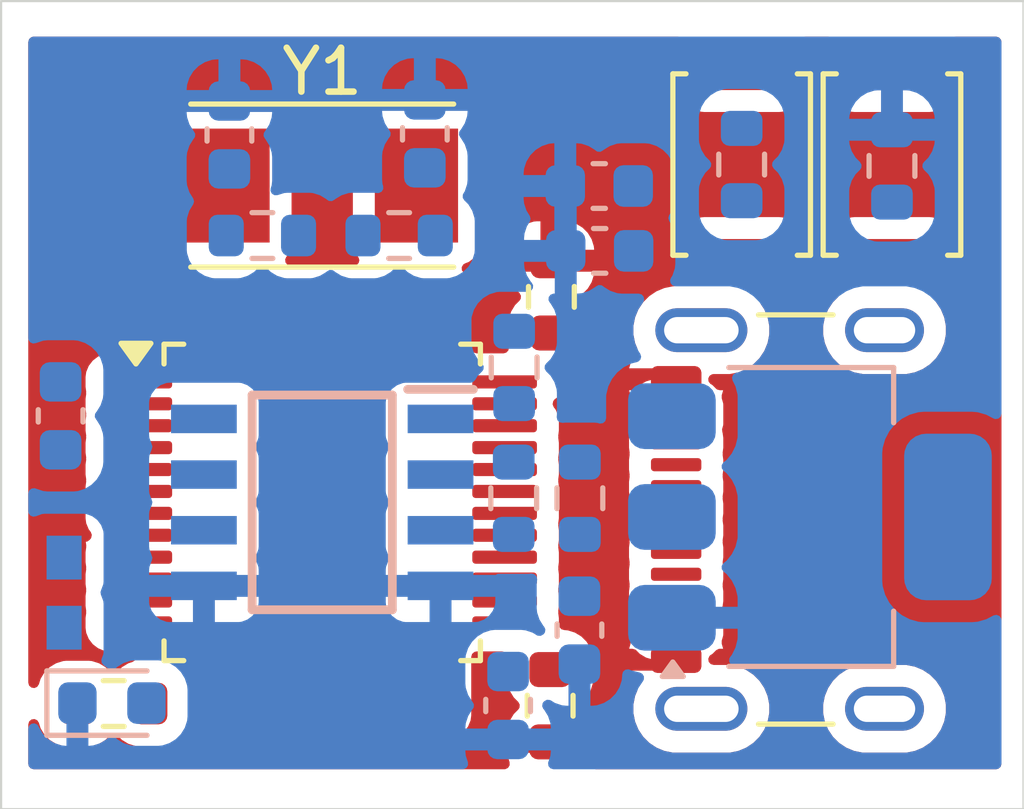
<source format=kicad_pcb>
(kicad_pcb (version 20241229) (generator "pcbnew") (generator_version "9.0")
  (layers (0 "F.Cu" signal) (2 "B.Cu" signal) (13 "F.Paste" user) (15 "B.Paste" user) (5 "F.SilkS" user "F.Silkscreen") (7 "B.SilkS" user "B.Silkscreen") (1 "F.Mask" user) (3 "B.Mask" user) (25 "Edge.Cuts" user))
  (net 0 "")
  (net 1 "3.3v")
  (net 2 "GND")
  (net 3 "5v")
  (net 4 "RCC_OSC_IN")
  (net 5 "RCC_OSC_OUT")
  (net 6 "Net-(D1-A)")
  (net 7 "SDA")
  (net 8 "PA1")
  (net 9 "SCL")
  (net 10 "PA0")
  (net 11 "Net-(J1-D--PadA7)")
  (net 12 "Net-(J1-D+-PadA6)")
  (net 14 "Net-(J1-CC2)")
  (net 15 "Net-(J1-CC1)")
  (net 17 "Net-(R1-Pad1)")
  (net 18 "Net-(R2-Pad2)")
  (net 19 "USB_DP")
  (net 20 "Net-(U1-PC13)")
  (net 21 "USB_DM")
  (net 22 "Net-(U1-NRST)")
  (net 23 "Net-(U1-BOOT0)")
  (net 24 "SCL2")
  (net 48 "SDA2")
  (footprint "Button_Switch_SMD:SW_Push_SPST_NO_Alps_SKRK" (layer "F.Cu") (at 148.49738 97.22 90)
    (property "Reference" "SW2" (hide yes))
    (property "Value" "SW_Push" (hide yes))
    (fp_line (start 2.07 -1.57) (end 2.07 -1.27) (stroke (width 0.12)) (layer "F.SilkS"))
    (fp_line (start -2.07 -1.57) (end 2.07 -1.57) (stroke (width 0.12)) (layer "F.SilkS"))
    (fp_line (start -2.07 -1.27) (end -2.07 -1.57) (stroke (width 0.12)) (layer "F.SilkS"))
    (fp_line (start 2.07 1.27) (end 2.07 1.57) (stroke (width 0.12)) (layer "F.SilkS"))
    (fp_line (start 2.07 1.57) (end -2.07 1.57) (stroke (width 0.12)) (layer "F.SilkS"))
    (fp_line (start -2.07 1.57) (end -2.07 1.27) (stroke (width 0.12)) (layer "F.SilkS"))
    (pad "1" smd roundrect (at -2.1 0 90) (size 0.8 2) (layers "F.Cu" "F.Mask" "F.Paste") (net 18 "Net-(R2-Pad2)"))
    (pad "2" smd roundrect (at 2.1 0 90) (size 0.8 2) (layers "F.Cu" "F.Mask" "F.Paste") (net 23 "Net-(U1-BOOT0)"))
  )
  (footprint "Button_Switch_SMD:SW_Push_SPST_NO_Alps_SKRK" (layer "F.Cu") (at 145.06738 97.22 90)
    (property "Reference" "SW1" (hide yes))
    (property "Value" "SW_Push" (hide yes))
    (fp_line (start 2.07 -1.57) (end 2.07 -1.27) (stroke (width 0.12)) (layer "F.SilkS"))
    (fp_line (start -2.07 -1.57) (end 2.07 -1.57) (stroke (width 0.12)) (layer "F.SilkS"))
    (fp_line (start -2.07 -1.27) (end -2.07 -1.57) (stroke (width 0.12)) (layer "F.SilkS"))
    (fp_line (start 2.07 1.27) (end 2.07 1.57) (stroke (width 0.12)) (layer "F.SilkS"))
    (fp_line (start 2.07 1.57) (end -2.07 1.57) (stroke (width 0.12)) (layer "F.SilkS"))
    (fp_line (start -2.07 1.57) (end -2.07 1.27) (stroke (width 0.12)) (layer "F.SilkS"))
    (pad "1" smd roundrect (at -2.1 0 90) (size 0.8 2) (layers "F.Cu" "F.Mask" "F.Paste") (net 17 "Net-(R1-Pad1)"))
    (pad "2" smd roundrect (at 2.1 0 90) (size 0.8 2) (layers "F.Cu" "F.Mask" "F.Paste") (net 22 "Net-(U1-NRST)"))
  )
  (footprint "Resistor_SMD:R_0603_1608Metric" (layer "F.Cu") (at 140.725476 100.24 90)
    (property "Reference" "R7" (hide yes))
    (property "Value" "R" (hide yes))
    (fp_line (start -0.237258 -0.5225) (end 0.237258 -0.5225) (stroke (width 0.12)) (layer "F.SilkS"))
    (fp_line (start -0.237258 0.5225) (end 0.237258 0.5225) (stroke (width 0.12)) (layer "F.SilkS"))
    (pad "1" smd roundrect (at -0.825 0 90) (size 0.8 0.95) (layers "F.Cu" "F.Mask" "F.Paste") (net 14 "Net-(J1-CC2)"))
    (pad "2" smd roundrect (at 0.825 0 90) (size 0.8 0.95) (layers "F.Cu" "F.Mask" "F.Paste") (net 2 "GND"))
  )
  (footprint "Resistor_SMD:R_0603_1608Metric" (layer "F.Cu") (at 140.69738 109.57 -90)
    (property "Reference" "R6" (hide yes))
    (property "Value" "R" (hide yes))
    (fp_line (start -0.237258 0.5225) (end 0.237258 0.5225) (stroke (width 0.12)) (layer "F.SilkS"))
    (fp_line (start -0.237258 -0.5225) (end 0.237258 -0.5225) (stroke (width 0.12)) (layer "F.SilkS"))
    (pad "1" smd roundrect (at -0.825 0 270) (size 0.8 0.95) (layers "F.Cu" "F.Mask" "F.Paste") (net 15 "Net-(J1-CC1)"))
    (pad "2" smd roundrect (at 0.825 0 270) (size 0.8 0.95) (layers "F.Cu" "F.Mask" "F.Paste") (net 2 "GND"))
  )
  (footprint "Connector_USB:USB_C_Receptacle_GCT_USB4105-xx-A_16P_TopMnt_Horizontal" (layer "F.Cu") (at 147.25238 105.32 90)
    (property "Reference" "J1" (hide yes))
    (property "Value" "USB_C_Receptacle_USB2.0_16P" (hide yes))
    (fp_line (start 4.67 -0.1) (end 4.67 -1.8) (stroke (width 0.12)) (layer "F.SilkS"))
    (fp_line (start -4.67 -0.1) (end -4.67 -1.8) (stroke (width 0.12)) (layer "F.SilkS"))
    (pad "A1" smd roundrect (at -3.2 -3.68 90) (size 0.6 1.15) (layers "F.Cu" "F.Mask" "F.Paste") (net 2 "GND"))
    (pad "A4" smd roundrect (at -2.4 -3.68 90) (size 0.6 1.15) (layers "F.Cu" "F.Mask" "F.Paste") (net 3 "5v"))
    (pad "A5" smd roundrect (at -1.25 -3.68 90) (size 0.3 1.15) (layers "F.Cu" "F.Mask" "F.Paste") (net 15 "Net-(J1-CC1)"))
    (pad "A6" smd roundrect (at -0.25 -3.68 90) (size 0.3 1.15) (layers "F.Cu" "F.Mask" "F.Paste") (net 12 "Net-(J1-D+-PadA6)"))
    (pad "A7" smd roundrect (at 0.25 -3.68 90) (size 0.3 1.15) (layers "F.Cu" "F.Mask" "F.Paste") (net 11 "Net-(J1-D--PadA7)"))
    (pad "A8" smd roundrect (at 1.25 -3.68 90) (size 0.3 1.15) (layers "F.Cu" "F.Mask" "F.Paste"))
    (pad "A9" smd roundrect (at 2.4 -3.68 90) (size 0.6 1.15) (layers "F.Cu" "F.Mask" "F.Paste") (net 3 "5v"))
    (pad "A12" smd roundrect (at 3.2 -3.68 90) (size 0.6 1.15) (layers "F.Cu" "F.Mask" "F.Paste") (net 2 "GND"))
    (pad "B1" smd roundrect (at 3.2 -3.68 90) (size 0.6 1.15) (layers "F.Cu" "F.Mask" "F.Paste") (net 2 "GND"))
    (pad "B4" smd roundrect (at 2.4 -3.68 90) (size 0.6 1.15) (layers "F.Cu" "F.Mask" "F.Paste") (net 3 "5v"))
    (pad "B5" smd roundrect (at 1.75 -3.68 90) (size 0.3 1.15) (layers "F.Cu" "F.Mask" "F.Paste") (net 14 "Net-(J1-CC2)"))
    (pad "B6" smd roundrect (at 0.75 -3.68 90) (size 0.3 1.15) (layers "F.Cu" "F.Mask" "F.Paste") (net 12 "Net-(J1-D+-PadA6)"))
    (pad "B7" smd roundrect (at -0.75 -3.68 90) (size 0.3 1.15) (layers "F.Cu" "F.Mask" "F.Paste") (net 11 "Net-(J1-D--PadA7)"))
    (pad "B8" smd roundrect (at -1.75 -3.68 90) (size 0.3 1.15) (layers "F.Cu" "F.Mask" "F.Paste"))
    (pad "B9" smd roundrect (at -2.4 -3.68 90) (size 0.6 1.15) (layers "F.Cu" "F.Mask" "F.Paste") (net 3 "5v"))
    (pad "B12" smd roundrect (at -3.2 -3.68 90) (size 0.6 1.15) (layers "F.Cu" "F.Mask" "F.Paste") (net 2 "GND"))
    (pad "S1" thru_hole oval (at -4.32 -3.105 90) (size 1 2.1) (drill oval 0.6 1.7) (property pad_prop_heatsink) (layers "*.Cu" "*.Mask" "F.Paste"))
    (pad "S1" thru_hole oval (at -4.32 1.075 90) (size 1 1.8) (drill oval 0.6 1.4) (property pad_prop_heatsink) (layers "*.Cu" "*.Mask" "F.Paste"))
    (pad "S1" thru_hole oval (at 4.32 -3.105 90) (size 1 2.1) (drill oval 0.6 1.7) (property pad_prop_heatsink) (layers "*.Cu" "*.Mask" "F.Paste"))
    (pad "S1" thru_hole oval (at 4.32 1.075 90) (size 1 1.8) (drill oval 0.6 1.4) (property pad_prop_heatsink) (layers "*.Cu" "*.Mask" "F.Paste"))
  )
  (footprint "Crystal:Crystal_SMD_Abracon_ABM7-2Pin_6.0x3.5mm" (layer "F.Cu") (at 135.495476 97.7)
    (property "Reference" "Y1" (at 0 -2.6 0) (layer "F.SilkS"))
    (property "Value" "Crystal")
    (fp_line (start -3 -1.86) (end 3 -1.86) (stroke (width 0.12)) (layer "F.SilkS"))
    (fp_line (start -3 1.86) (end 3 1.86) (stroke (width 0.12)) (layer "F.SilkS"))
    (pad "1" smd rect (at -2.15 0) (size 1.9 2.6) (layers "F.Cu" "F.Mask" "F.Paste") (net 4 "RCC_OSC_IN"))
    (pad "2" smd rect (at 2.15 0) (size 1.9 2.6) (layers "F.Cu" "F.Mask" "F.Paste") (net 5 "RCC_OSC_OUT"))
  )
  (footprint "Resistor_SMD:R_0603_1608Metric" (layer "F.Cu") (at 130.73738 109.52 180)
    (property "Reference" "R8" (hide yes))
    (property "Value" "R" (hide yes))
    (fp_line (start -0.237258 0.5225) (end 0.237258 0.5225) (stroke (width 0.12)) (layer "F.SilkS"))
    (fp_line (start -0.237258 -0.5225) (end 0.237258 -0.5225) (stroke (width 0.12)) (layer "F.SilkS"))
    (pad "1" smd roundrect (at -0.825 0 180) (size 0.8 0.95) (layers "F.Cu" "F.Mask" "F.Paste") (net 6 "Net-(D1-A)"))
    (pad "2" smd roundrect (at 0.825 0 180) (size 0.8 0.95) (layers "F.Cu" "F.Mask" "F.Paste") (net 20 "Net-(U1-PC13)"))
  )
  (footprint "Package_QFP:LQFP-48_7x7mm_P0.5mm" (layer "F.Cu") (at 135.495476 104.93)
    (property "Reference" "U1" (hide yes))
    (property "Value" "STM32F103C8Tx" (hide yes))
    (fp_line (start -3.61 -3.61) (end -3.16 -3.61) (stroke (width 0.12)) (layer "F.SilkS"))
    (fp_line (start -3.61 -3.16) (end -3.61 -3.61) (stroke (width 0.12)) (layer "F.SilkS"))
    (fp_line (start -3.61 3.61) (end -3.61 3.16) (stroke (width 0.12)) (layer "F.SilkS"))
    (fp_line (start -3.16 3.61) (end -3.61 3.61) (stroke (width 0.12)) (layer "F.SilkS"))
    (fp_line (start 3.16 -3.61) (end 3.61 -3.61) (stroke (width 0.12)) (layer "F.SilkS"))
    (fp_line (start 3.61 -3.61) (end 3.61 -3.16) (stroke (width 0.12)) (layer "F.SilkS"))
    (fp_line (start 3.61 3.16) (end 3.61 3.61) (stroke (width 0.12)) (layer "F.SilkS"))
    (fp_line (start 3.61 3.61) (end 3.16 3.61) (stroke (width 0.12)) (layer "F.SilkS"))
    (fp_poly (pts (xy -4.25 -3.16) (xy -4.59 -3.63) (xy -3.91 -3.63)) (stroke (width 0.12)) (fill yes) (layer "F.SilkS"))
    (pad "1" smd roundrect (at -4.1625 -2.75) (size 1.475 0.3) (layers "F.Cu" "F.Mask" "F.Paste") (net 1 "3.3v"))
    (pad "2" smd roundrect (at -4.1625 -2.25) (size 1.475 0.3) (layers "F.Cu" "F.Mask" "F.Paste") (net 20 "Net-(U1-PC13)"))
    (pad "3" smd roundrect (at -4.1625 -1.75) (size 1.475 0.3) (layers "F.Cu" "F.Mask" "F.Paste"))
    (pad "4" smd roundrect (at -4.1625 -1.25) (size 1.475 0.3) (layers "F.Cu" "F.Mask" "F.Paste"))
    (pad "5" smd roundrect (at -4.1625 -0.75) (size 1.475 0.3) (layers "F.Cu" "F.Mask" "F.Paste") (net 4 "RCC_OSC_IN"))
    (pad "6" smd roundrect (at -4.1625 -0.25) (size 1.475 0.3) (layers "F.Cu" "F.Mask" "F.Paste") (net 5 "RCC_OSC_OUT"))
    (pad "7" smd roundrect (at -4.1625 0.25) (size 1.475 0.3) (layers "F.Cu" "F.Mask" "F.Paste") (net 22 "Net-(U1-NRST)"))
    (pad "8" smd roundrect (at -4.1625 0.75) (size 1.475 0.3) (layers "F.Cu" "F.Mask" "F.Paste") (net 2 "GND"))
    (pad "9" smd roundrect (at -4.1625 1.25) (size 1.475 0.3) (layers "F.Cu" "F.Mask" "F.Paste") (net 1 "3.3v"))
    (pad "10" smd roundrect (at -4.1625 1.75) (size 1.475 0.3) (layers "F.Cu" "F.Mask" "F.Paste") (net 10 "PA0"))
    (pad "11" smd roundrect (at -4.1625 2.25) (size 1.475 0.3) (layers "F.Cu" "F.Mask" "F.Paste") (net 8 "PA1"))
    (pad "12" smd roundrect (at -4.1625 2.75) (size 1.475 0.3) (layers "F.Cu" "F.Mask" "F.Paste"))
    (pad "13" smd roundrect (at -2.75 4.1625) (size 0.3 1.475) (layers "F.Cu" "F.Mask" "F.Paste"))
    (pad "14" smd roundrect (at -2.25 4.1625) (size 0.3 1.475) (layers "F.Cu" "F.Mask" "F.Paste"))
    (pad "15" smd roundrect (at -1.75 4.1625) (size 0.3 1.475) (layers "F.Cu" "F.Mask" "F.Paste"))
    (pad "16" smd roundrect (at -1.25 4.1625) (size 0.3 1.475) (layers "F.Cu" "F.Mask" "F.Paste"))
    (pad "17" smd roundrect (at -0.75 4.1625) (size 0.3 1.475) (layers "F.Cu" "F.Mask" "F.Paste"))
    (pad "18" smd roundrect (at -0.25 4.1625) (size 0.3 1.475) (layers "F.Cu" "F.Mask" "F.Paste"))
    (pad "19" smd roundrect (at 0.25 4.1625) (size 0.3 1.475) (layers "F.Cu" "F.Mask" "F.Paste"))
    (pad "20" smd roundrect (at 0.75 4.1625) (size 0.3 1.475) (layers "F.Cu" "F.Mask" "F.Paste"))
    (pad "21" smd roundrect (at 1.25 4.1625) (size 0.3 1.475) (layers "F.Cu" "F.Mask" "F.Paste") (net 24 "SCL2"))
    (pad "22" smd roundrect (at 1.75 4.1625) (size 0.3 1.475) (layers "F.Cu" "F.Mask" "F.Paste") (net 48 "SDA2"))
    (pad "23" smd roundrect (at 2.25 4.1625) (size 0.3 1.475) (layers "F.Cu" "F.Mask" "F.Paste") (net 2 "GND"))
    (pad "24" smd roundrect (at 2.75 4.1625) (size 0.3 1.475) (layers "F.Cu" "F.Mask" "F.Paste") (net 1 "3.3v"))
    (pad "25" smd roundrect (at 4.1625 2.75) (size 1.475 0.3) (layers "F.Cu" "F.Mask" "F.Paste"))
    (pad "26" smd roundrect (at 4.1625 2.25) (size 1.475 0.3) (layers "F.Cu" "F.Mask" "F.Paste"))
    (pad "27" smd roundrect (at 4.1625 1.75) (size 1.475 0.3) (layers "F.Cu" "F.Mask" "F.Paste"))
    (pad "28" smd roundrect (at 4.1625 1.25) (size 1.475 0.3) (layers "F.Cu" "F.Mask" "F.Paste"))
    (pad "29" smd roundrect (at 4.1625 0.75) (size 1.475 0.3) (layers "F.Cu" "F.Mask" "F.Paste"))
    (pad "30" smd roundrect (at 4.1625 0.25) (size 1.475 0.3) (layers "F.Cu" "F.Mask" "F.Paste"))
    (pad "31" smd roundrect (at 4.1625 -0.25) (size 1.475 0.3) (layers "F.Cu" "F.Mask" "F.Paste"))
    (pad "32" smd roundrect (at 4.1625 -0.75) (size 1.475 0.3) (layers "F.Cu" "F.Mask" "F.Paste"))
    (pad "33" smd roundrect (at 4.1625 -1.25) (size 1.475 0.3) (layers "F.Cu" "F.Mask" "F.Paste") (net 19 "USB_DP"))
    (pad "34" smd roundrect (at 4.1625 -1.75) (size 1.475 0.3) (layers "F.Cu" "F.Mask" "F.Paste") (net 21 "USB_DM"))
    (pad "35" smd roundrect (at 4.1625 -2.25) (size 1.475 0.3) (layers "F.Cu" "F.Mask" "F.Paste") (net 2 "GND"))
    (pad "36" smd roundrect (at 4.1625 -2.75) (size 1.475 0.3) (layers "F.Cu" "F.Mask" "F.Paste") (net 1 "3.3v"))
    (pad "37" smd roundrect (at 2.75 -4.1625) (size 0.3 1.475) (layers "F.Cu" "F.Mask" "F.Paste"))
    (pad "38" smd roundrect (at 2.25 -4.1625) (size 0.3 1.475) (layers "F.Cu" "F.Mask" "F.Paste"))
    (pad "39" smd roundrect (at 1.75 -4.1625) (size 0.3 1.475) (layers "F.Cu" "F.Mask" "F.Paste"))
    (pad "40" smd roundrect (at 1.25 -4.1625) (size 0.3 1.475) (layers "F.Cu" "F.Mask" "F.Paste"))
    (pad "41" smd roundrect (at 0.75 -4.1625) (size 0.3 1.475) (layers "F.Cu" "F.Mask" "F.Paste"))
    (pad "42" smd roundrect (at 0.25 -4.1625) (size 0.3 1.475) (layers "F.Cu" "F.Mask" "F.Paste") (net 9 "SCL"))
    (pad "43" smd roundrect (at -0.25 -4.1625) (size 0.3 1.475) (layers "F.Cu" "F.Mask" "F.Paste") (net 7 "SDA"))
    (pad "44" smd roundrect (at -0.75 -4.1625) (size 0.3 1.475) (layers "F.Cu" "F.Mask" "F.Paste") (net 23 "Net-(U1-BOOT0)"))
    (pad "45" smd roundrect (at -1.25 -4.1625) (size 0.3 1.475) (layers "F.Cu" "F.Mask" "F.Paste"))
    (pad "46" smd roundrect (at -1.75 -4.1625) (size 0.3 1.475) (layers "F.Cu" "F.Mask" "F.Paste"))
    (pad "47" smd roundrect (at -2.25 -4.1625) (size 0.3 1.475) (layers "F.Cu" "F.Mask" "F.Paste") (net 2 "GND"))
    (pad "48" smd roundrect (at -2.75 -4.1625) (size 0.3 1.475) (layers "F.Cu" "F.Mask" "F.Paste") (net 1 "3.3v"))
  )
  (footprint "Resistor_SMD:R_0603_1608Metric" (layer "B.Cu") (at 139.865476 104.835 90)
    (property "Reference" "R5" (hide yes))
    (property "Value" "R" (hide yes))
    (fp_line (start -0.237258 -0.5225) (end 0.237258 -0.5225) (stroke (width 0.12)) (layer "B.SilkS"))
    (fp_line (start -0.237258 0.5225) (end 0.237258 0.5225) (stroke (width 0.12)) (layer "B.SilkS"))
    (pad "1" smd roundrect (at -0.825 0 90) (size 0.8 0.95) (layers "B.Cu" "B.Mask" "B.Paste") (net 1 "3.3v"))
    (pad "2" smd roundrect (at 0.825 0 90) (size 0.8 0.95) (layers "B.Cu" "B.Mask" "B.Paste") (net 19 "USB_DP"))
  )
  (footprint "Resistor_SMD:R_0603_1608Metric" (layer "B.Cu") (at 148.49738 97.251666 -90)
    (property "Reference" "R2" (hide yes))
    (property "Value" "R" (hide yes))
    (fp_line (start -0.237258 0.5225) (end 0.237258 0.5225) (stroke (width 0.12)) (layer "B.SilkS"))
    (fp_line (start -0.237258 -0.5225) (end 0.237258 -0.5225) (stroke (width 0.12)) (layer "B.SilkS"))
    (pad "1" smd roundrect (at -0.825 0 270) (size 0.8 0.95) (layers "B.Cu" "B.Mask" "B.Paste") (net 2 "GND"))
    (pad "2" smd roundrect (at 0.825 0 270) (size 0.8 0.95) (layers "B.Cu" "B.Mask" "B.Paste") (net 18 "Net-(R2-Pad2)"))
  )
  (footprint "Resistor_SMD:R_0603_1608Metric" (layer "B.Cu") (at 137.250476 98.84 180)
    (property "Reference" "R4" (hide yes))
    (property "Value" "R" (hide yes))
    (fp_line (start -0.237258 0.5225) (end 0.237258 0.5225) (stroke (width 0.12)) (layer "B.SilkS"))
    (fp_line (start -0.237258 -0.5225) (end 0.237258 -0.5225) (stroke (width 0.12)) (layer "B.SilkS"))
    (pad "1" smd roundrect (at -0.825 0 180) (size 0.8 0.95) (layers "B.Cu" "B.Mask" "B.Paste") (net 1 "3.3v"))
    (pad "2" smd roundrect (at 0.825 0 180) (size 0.8 0.95) (layers "B.Cu" "B.Mask" "B.Paste") (net 7 "SDA"))
  )
  (footprint "Resistor_SMD:R_0603_1608Metric" (layer "B.Cu") (at 139.875476 101.85 -90)
    (property "Reference" "R10" (hide yes))
    (property "Value" "R" (hide yes))
    (fp_line (start -0.237258 0.5225) (end 0.237258 0.5225) (stroke (width 0.12)) (layer "B.SilkS"))
    (fp_line (start -0.237258 -0.5225) (end 0.237258 -0.5225) (stroke (width 0.12)) (layer "B.SilkS"))
    (pad "1" smd roundrect (at -0.825 0 270) (size 0.8 0.95) (layers "B.Cu" "B.Mask" "B.Paste") (net 11 "Net-(J1-D--PadA7)"))
    (pad "2" smd roundrect (at 0.825 0 270) (size 0.8 0.95) (layers "B.Cu" "B.Mask" "B.Paste") (net 21 "USB_DM"))
  )
  (footprint "Resistor_SMD:R_0603_1608Metric" (layer "B.Cu") (at 141.375476 104.835 90)
    (property "Reference" "R9" (hide yes))
    (property "Value" "R" (hide yes))
    (fp_line (start -0.237258 -0.5225) (end 0.237258 -0.5225) (stroke (width 0.12)) (layer "B.SilkS"))
    (fp_line (start -0.237258 0.5225) (end 0.237258 0.5225) (stroke (width 0.12)) (layer "B.SilkS"))
    (pad "1" smd roundrect (at -0.825 0 90) (size 0.8 0.95) (layers "B.Cu" "B.Mask" "B.Paste") (net 12 "Net-(J1-D+-PadA6)"))
    (pad "2" smd roundrect (at 0.825 0 90) (size 0.8 0.95) (layers "B.Cu" "B.Mask" "B.Paste") (net 19 "USB_DP"))
  )
  (footprint "LED_SMD:LED_0603_1608Metric" (layer "B.Cu") (at 130.696784 109.51)
    (property "Reference" "D1" (hide yes))
    (property "Value" "LED" (hide yes))
    (fp_line (start -1.485 -0.735) (end 0.8 -0.735) (stroke (width 0.12)) (layer "B.SilkS"))
    (fp_line (start -1.485 0.735) (end -1.485 -0.735) (stroke (width 0.12)) (layer "B.SilkS"))
    (fp_line (start 0.8 0.735) (end -1.485 0.735) (stroke (width 0.12)) (layer "B.SilkS"))
    (pad "1" smd roundrect (at -0.7875 0) (size 0.875 0.95) (layers "B.Cu" "B.Mask" "B.Paste") (net 2 "GND"))
    (pad "2" smd roundrect (at 0.7875 0) (size 0.875 0.95) (layers "B.Cu" "B.Mask" "B.Paste") (net 6 "Net-(D1-A)"))
  )
  (footprint "Capacitor_SMD:C_0603_1608Metric" (layer "B.Cu") (at 141.82738 99.19)
    (property "Reference" "C3" (hide yes))
    (property "Value" "C" (hide yes))
    (fp_line (start -0.14058 -0.51) (end 0.14058 -0.51) (stroke (width 0.12)) (layer "B.SilkS"))
    (fp_line (start -0.14058 0.51) (end 0.14058 0.51) (stroke (width 0.12)) (layer "B.SilkS"))
    (pad "1" smd roundrect (at -0.775 0) (size 0.9 0.95) (layers "B.Cu" "B.Mask" "B.Paste") (net 2 "GND"))
    (pad "2" smd roundrect (at 0.775 0) (size 0.9 0.95) (layers "B.Cu" "B.Mask" "B.Paste") (net 1 "3.3v"))
  )
  (footprint "AS5600-ASOT:SOIC127P600X175-8N" (layer "B.Cu") (at 135.495476 104.93 180)
    (property "Reference" "IC1" (hide yes))
    (property "Value" "AS5600-ASOT" (hide yes))
    (fp_line (start 1.6 2.45) (end 1.6 -2.45) (stroke (width 0.2)) (layer "B.SilkS"))
    (fp_line (start 1.6 -2.45) (end -1.6 -2.45) (stroke (width 0.2)) (layer "B.SilkS"))
    (fp_line (start -1.6 2.45) (end 1.6 2.45) (stroke (width 0.2)) (layer "B.SilkS"))
    (fp_line (start -1.6 -2.45) (end -1.6 2.45) (stroke (width 0.2)) (layer "B.SilkS"))
    (fp_line (start -3.45 2.58) (end -1.95 2.58) (stroke (width 0.2)) (layer "B.SilkS"))
    (pad "1" smd rect (at -2.7 1.905 180) (size 1.5 0.65) (layers "B.Cu" "B.Mask" "B.Paste") (net 1 "3.3v"))
    (pad "2" smd rect (at -2.7 0.635 180) (size 1.5 0.65) (layers "B.Cu" "B.Mask" "B.Paste") (net 1 "3.3v"))
    (pad "3" smd rect (at -2.7 -0.635 180) (size 1.5 0.65) (layers "B.Cu" "B.Mask" "B.Paste") (net 8 "PA1"))
    (pad "4" smd rect (at -2.7 -1.905 180) (size 1.5 0.65) (layers "B.Cu" "B.Mask" "B.Paste") (net 2 "GND"))
    (pad "5" smd rect (at 2.7 -1.905 180) (size 1.5 0.65) (layers "B.Cu" "B.Mask" "B.Paste") (net 2 "GND"))
    (pad "6" smd rect (at 2.7 -0.635 180) (size 1.5 0.65) (layers "B.Cu" "B.Mask" "B.Paste") (net 7 "SDA"))
    (pad "7" smd rect (at 2.7 0.635 180) (size 1.5 0.65) (layers "B.Cu" "B.Mask" "B.Paste") (net 9 "SCL"))
    (pad "8" smd rect (at 2.7 1.905 180) (size 1.5 0.65) (layers "B.Cu" "B.Mask" "B.Paste") (net 10 "PA0"))
  )
  (footprint "Capacitor_SMD:C_0603_1608Metric" (layer "B.Cu") (at 139.73738 109.565 -90)
    (property "Reference" "C5" (hide yes))
    (property "Value" "C" (hide yes))
    (fp_line (start -0.14058 0.51) (end 0.14058 0.51) (stroke (width 0.12)) (layer "B.SilkS"))
    (fp_line (start -0.14058 -0.51) (end 0.14058 -0.51) (stroke (width 0.12)) (layer "B.SilkS"))
    (pad "1" smd roundrect (at -0.775 0 270) (size 0.9 0.95) (layers "B.Cu" "B.Mask" "B.Paste") (net 1 "3.3v"))
    (pad "2" smd roundrect (at 0.775 0 270) (size 0.9 0.95) (layers "B.Cu" "B.Mask" "B.Paste") (net 2 "GND"))
  )
  (footprint "Resistor_SMD:R_0603_1608Metric" (layer "B.Cu") (at 134.130476 98.84)
    (property "Reference" "R3" (hide yes))
    (property "Value" "R" (hide yes))
    (fp_line (start -0.237258 -0.5225) (end 0.237258 -0.5225) (stroke (width 0.12)) (layer "B.SilkS"))
    (fp_line (start -0.237258 0.5225) (end 0.237258 0.5225) (stroke (width 0.12)) (layer "B.SilkS"))
    (pad "1" smd roundrect (at -0.825 0) (size 0.8 0.95) (layers "B.Cu" "B.Mask" "B.Paste") (net 1 "3.3v"))
    (pad "2" smd roundrect (at 0.825 0) (size 0.8 0.95) (layers "B.Cu" "B.Mask" "B.Paste") (net 9 "SCL"))
  )
  (footprint "Capacitor_SMD:C_0603_1608Metric" (layer "B.Cu") (at 129.525476 102.955 90)
    (property "Reference" "C1" (hide yes))
    (property "Value" "C" (hide yes))
    (fp_line (start -0.14058 -0.51) (end 0.14058 -0.51) (stroke (width 0.12)) (layer "B.SilkS"))
    (fp_line (start -0.14058 0.51) (end 0.14058 0.51) (stroke (width 0.12)) (layer "B.SilkS"))
    (pad "1" smd roundrect (at -0.775 0 90) (size 0.9 0.95) (layers "B.Cu" "B.Mask" "B.Paste") (net 1 "3.3v"))
    (pad "2" smd roundrect (at 0.775 0 90) (size 0.9 0.95) (layers "B.Cu" "B.Mask" "B.Paste") (net 1 "3.3v"))
  )
  (footprint "Capacitor_SMD:C_0603_1608Metric" (layer "B.Cu") (at 137.83738 96.52 90)
    (property "Reference" "C7" (hide yes))
    (property "Value" "C" (hide yes))
    (fp_line (start -0.14058 -0.51) (end 0.14058 -0.51) (stroke (width 0.12)) (layer "B.SilkS"))
    (fp_line (start -0.14058 0.51) (end 0.14058 0.51) (stroke (width 0.12)) (layer "B.SilkS"))
    (pad "1" smd roundrect (at -0.775 0 90) (size 0.9 0.95) (layers "B.Cu" "B.Mask" "B.Paste") (net 5 "RCC_OSC_OUT"))
    (pad "2" smd roundrect (at 0.775 0 90) (size 0.9 0.95) (layers "B.Cu" "B.Mask" "B.Paste") (net 2 "GND"))
  )
  (footprint "Resistor_SMD:R_0603_1608Metric" (layer "B.Cu") (at 145.06738 97.22 90)
    (property "Reference" "R1" (hide yes))
    (property "Value" "R" (hide yes))
    (fp_line (start -0.237258 -0.5225) (end 0.237258 -0.5225) (stroke (width 0.12)) (layer "B.SilkS"))
    (fp_line (start -0.237258 0.5225) (end 0.237258 0.5225) (stroke (width 0.12)) (layer "B.SilkS"))
    (pad "1" smd roundrect (at -0.825 0 90) (size 0.8 0.95) (layers "B.Cu" "B.Mask" "B.Paste") (net 17 "Net-(R1-Pad1)"))
    (pad "2" smd roundrect (at 0.825 0 90) (size 0.8 0.95) (layers "B.Cu" "B.Mask" "B.Paste") (net 1 "3.3v"))
  )
  (footprint "Capacitor_SMD:C_0603_1608Metric" (layer "B.Cu") (at 133.37738 96.545 90)
    (property "Reference" "C6" (hide yes))
    (property "Value" "C" (hide yes))
    (fp_line (start -0.14058 -0.51) (end 0.14058 -0.51) (stroke (width 0.12)) (layer "B.SilkS"))
    (fp_line (start -0.14058 0.51) (end 0.14058 0.51) (stroke (width 0.12)) (layer "B.SilkS"))
    (pad "1" smd roundrect (at -0.775 0 90) (size 0.9 0.95) (layers "B.Cu" "B.Mask" "B.Paste") (net 4 "RCC_OSC_IN"))
    (pad "2" smd roundrect (at 0.775 0 90) (size 0.9 0.95) (layers "B.Cu" "B.Mask" "B.Paste") (net 2 "GND"))
  )
  (footprint "Capacitor_SMD:C_0603_1608Metric" (layer "B.Cu") (at 141.365476 107.845 -90)
    (property "Reference" "C4" (hide yes))
    (property "Value" "C" (hide yes))
    (fp_line (start -0.14058 0.51) (end 0.14058 0.51) (stroke (width 0.12)) (layer "B.SilkS"))
    (fp_line (start -0.14058 -0.51) (end 0.14058 -0.51) (stroke (width 0.12)) (layer "B.SilkS"))
    (pad "1" smd roundrect (at -0.775 0 270) (size 0.9 0.95) (layers "B.Cu" "B.Mask" "B.Paste") (net 1 "3.3v"))
    (pad "2" smd roundrect (at 0.775 0 270) (size 0.9 0.95) (layers "B.Cu" "B.Mask" "B.Paste") (net 2 "GND"))
  )
  (footprint "0603_ferrite_chip:0603_ferrite_chip" (layer "B.Cu") (at 129.605476 106.99 -90)
    (property "Reference" "E1" (hide yes))
    (property "Value" "Ferrite-bead" (hide yes))
    (pad "1" smd rect (at -0.8 0 270) (size 1 0.8) (layers "B.Cu" "B.Mask" "B.Paste") (net 1 "3.3v"))
    (pad "2" smd rect (at 0.8 0 270) (size 1 0.8) (layers "B.Cu" "B.Mask" "B.Paste") (net 1 "3.3v"))
  )
  (footprint "Package_TO_SOT_SMD:SOT-223-3_TabPin2" (layer "B.Cu") (at 146.625476 105.2625)
    (property "Reference" "U2" (hide yes))
    (property "Value" "AMS1117-3.3" (hide yes))
    (fp_line (start -1.85 -3.41) (end 1.91 -3.41) (stroke (width 0.12)) (layer "B.SilkS"))
    (fp_line (start -1.85 3.41) (end 1.91 3.41) (stroke (width 0.12)) (layer "B.SilkS"))
    (fp_line (start 1.91 -3.41) (end 1.91 -2.15) (stroke (width 0.12)) (layer "B.SilkS"))
    (fp_line (start 1.91 3.41) (end 1.91 2.15) (stroke (width 0.12)) (layer "B.SilkS"))
    (fp_poly (pts (xy -3.13 3.31) (xy -3.37 3.64) (xy -2.89 3.64) (xy -3.13 3.31)) (stroke (width 0.12)) (fill yes) (layer "B.SilkS"))
    (pad "1" smd roundrect (at -3.15 2.3) (size 2 1.5) (layers "B.Cu" "B.Mask" "B.Paste") (net 2 "GND"))
    (pad "2" smd roundrect (at -3.15 0) (size 2 1.5) (layers "B.Cu" "B.Mask" "B.Paste") (net 1 "3.3v"))
    (pad "2" smd roundrect (at 3.15 0) (size 2 3.8) (layers "B.Cu" "B.Mask" "B.Paste") (net 1 "3.3v"))
    (pad "3" smd roundrect (at -3.15 -2.3) (size 2 1.5) (layers "B.Cu" "B.Mask" "B.Paste") (net 3 "5v"))
  )
  (footprint "Capacitor_SMD:C_0603_1608Metric" (layer "B.Cu") (at 141.81738 97.71 180)
    (property "Reference" "C2" (hide yes))
    (property "Value" "C" (hide yes))
    (fp_line (start -0.14058 0.51) (end 0.14058 0.51) (stroke (width 0.12)) (layer "B.SilkS"))
    (fp_line (start -0.14058 -0.51) (end 0.14058 -0.51) (stroke (width 0.12)) (layer "B.SilkS"))
    (pad "1" smd roundrect (at -0.775 0 180) (size 0.9 0.95) (layers "B.Cu" "B.Mask" "B.Paste") (net 3 "5v"))
    (pad "2" smd roundrect (at 0.775 0 180) (size 0.9 0.95) (layers "B.Cu" "B.Mask" "B.Paste") (net 2 "GND"))
  )
  (gr_rect (start 128.16738 93.49) (end 151.49738 111.93) (stroke (width 0.05)) (fill no) (layer "Edge.Cuts"))
  (zone (net 2) (net_name "GND") (layer "F.Cu") (priority 1) (connect_pads (clearance 0.5)) (min_thickness 0.25) (fill yes (thermal_gap 0.5) (thermal_bridge_width 0.5))
    (polygon (pts (xy 128.78738 94.3) (xy 128.78738 111.02) (xy 151.02738 111.02) (xy 151.02738 94.3)))
  )
  (zone (net 2) (net_name "GND") (layer "B.Cu") (connect_pads (clearance 0.5)) (min_thickness 0.25) (fill yes (thermal_gap 0.5) (thermal_bridge_width 0.5))
    (polygon (pts (xy 151.02738 94.3) (xy 128.78738 94.3) (xy 128.78738 111.02) (xy 151.02738 111.02)))
  )
)
</source>
